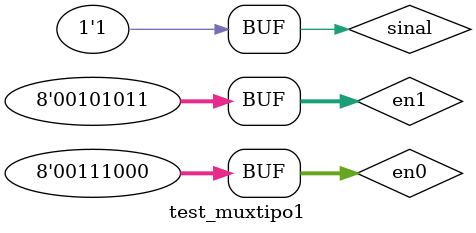
<source format=v>
/*
	CEFET-MG
	Disciplina de Laboratório de Arquitetura e Organização de Computadores
	Data: 28/08/2021
	Aluno: Fernando Veizaga
	Matricula: 20203001902
*/

module muxtipo1(entr0, entr1, saida, sinalt1);
	input [7:0] entr0, entr1;
	input sinalt1;
	
	output reg [7:0] saida;
	
	always @ (entr0 or entr1 or sinalt1)
	begin
		case(sinalt1)
			1'b0: begin saida = entr0; end
			1'b1: begin saida = entr1; end
			default: begin saida = entr0; end
		endcase
	
	end
endmodule


module test_muxtipo1;
	reg [7:0] en0, en1;
	reg sinal;
	
	wire [7:0] saida;
	
	initial begin
		en0 = 5;
		en1 = 7;
		sinal = 0;
		#2 sinal = 1;
		#2 en0 = 56;
		en1 = 43;
		sinal = 0;
		#2 sinal = 1;
	end
	
	initial begin
 		$monitor("Time=%0d entr0=%b entr1=%b sinalt1=%b saida=%b",$time, en0, en1, sinal, saida);
 	end
	
	muxtipo1 mod1(en0, en1, saida, sinal);
	
endmodule

</source>
